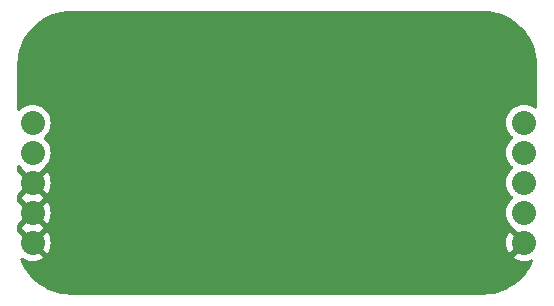
<source format=gbl>
%TF.GenerationSoftware,KiCad,Pcbnew,8.0.0*%
%TF.CreationDate,2024-05-08T18:39:59-04:00*%
%TF.ProjectId,myPowerBoardDesign,6d79506f-7765-4724-926f-617264446573,rev?*%
%TF.SameCoordinates,Original*%
%TF.FileFunction,Copper,L2,Bot*%
%TF.FilePolarity,Positive*%
%FSLAX46Y46*%
G04 Gerber Fmt 4.6, Leading zero omitted, Abs format (unit mm)*
G04 Created by KiCad (PCBNEW 8.0.0) date 2024-05-08 18:39:59*
%MOMM*%
%LPD*%
G01*
G04 APERTURE LIST*
%TA.AperFunction,ComponentPad*%
%ADD10C,2.032000*%
%TD*%
%TA.AperFunction,ViaPad*%
%ADD11C,0.700000*%
%TD*%
G04 APERTURE END LIST*
D10*
%TO.P,J1,1,VIN*%
%TO.N,VIN*%
X48670000Y-44110000D03*
%TO.P,J1,2,VIN*%
X48670000Y-46650000D03*
%TO.P,J1,3,GND*%
%TO.N,GND*%
X48670000Y-49190000D03*
%TO.P,J1,4,GND*%
X48670000Y-51730000D03*
%TO.P,J1,5,GND*%
X48670000Y-54270000D03*
%TO.P,J1,6,GND*%
X90285000Y-54270000D03*
%TO.P,J1,7,VOUT2*%
%TO.N,unconnected-(J1-VOUT2-Pad7)*%
X90285000Y-51730000D03*
%TO.P,J1,8,VOUT1*%
%TO.N,unconnected-(J1-VOUT1-Pad8)*%
X90285000Y-49190000D03*
%TO.P,J1,9,5V*%
%TO.N,+5V*%
X90285000Y-46650000D03*
%TO.P,J1,10,3V3*%
%TO.N,+3V3*%
X90285000Y-44110000D03*
%TD*%
D11*
%TO.N,GND*%
X59000000Y-58200000D03*
X51200000Y-55600000D03*
X88200000Y-52800000D03*
X71000000Y-58200000D03*
X48200000Y-38200000D03*
X78000000Y-37800000D03*
X50800000Y-37000000D03*
X86600000Y-58000000D03*
X55800000Y-35600000D03*
X87200000Y-35400000D03*
X53400000Y-35600000D03*
X88200000Y-54600000D03*
X79200000Y-58000000D03*
X76800000Y-58000000D03*
X84400000Y-37800000D03*
X77800000Y-44600000D03*
X81600000Y-58000000D03*
X81600000Y-54200000D03*
X81600000Y-56400000D03*
X51200000Y-48800000D03*
X48200000Y-39400000D03*
X49200000Y-56600000D03*
X88400000Y-56400000D03*
X77800000Y-42400000D03*
X78000000Y-35400000D03*
X49600000Y-40800000D03*
X68400000Y-54000000D03*
X50800000Y-40800000D03*
X87200000Y-37800000D03*
X50800000Y-38200000D03*
X54400000Y-39400000D03*
X51200000Y-53400000D03*
X65600000Y-54400000D03*
X49600000Y-38200000D03*
X57000000Y-35600000D03*
X53400000Y-58000000D03*
X51200000Y-51200000D03*
X54600000Y-35600000D03*
X81400000Y-35400000D03*
X64600000Y-58200000D03*
X86600000Y-54600000D03*
X48200000Y-40800000D03*
X84400000Y-35400000D03*
X86600000Y-56400000D03*
X62400000Y-54400000D03*
X55800000Y-39400000D03*
X49600000Y-39400000D03*
X50800000Y-39400000D03*
X83800000Y-58000000D03*
X49600000Y-37000000D03*
X84000000Y-56400000D03*
X81400000Y-37800000D03*
X86600000Y-52800000D03*
X51200000Y-58000000D03*
X77800000Y-40200000D03*
X68400000Y-58200000D03*
X81600000Y-52600000D03*
X77800000Y-47000000D03*
%TD*%
%TA.AperFunction,Conductor*%
%TO.N,GND*%
G36*
X86872702Y-34650617D02*
G01*
X87256771Y-34667386D01*
X87267506Y-34668326D01*
X87645971Y-34718152D01*
X87656597Y-34720025D01*
X88029284Y-34802648D01*
X88039710Y-34805442D01*
X88403765Y-34920227D01*
X88413911Y-34923920D01*
X88766578Y-35070000D01*
X88776369Y-35074566D01*
X89114942Y-35250816D01*
X89124310Y-35256224D01*
X89446244Y-35461318D01*
X89455105Y-35467523D01*
X89757930Y-35699889D01*
X89766217Y-35706843D01*
X90047635Y-35964715D01*
X90055284Y-35972364D01*
X90313156Y-36253782D01*
X90320110Y-36262069D01*
X90552476Y-36564894D01*
X90558681Y-36573755D01*
X90763775Y-36895689D01*
X90769183Y-36905057D01*
X90945430Y-37243623D01*
X90950002Y-37253427D01*
X91096075Y-37606078D01*
X91099775Y-37616244D01*
X91214554Y-37980278D01*
X91217354Y-37990727D01*
X91299971Y-38363389D01*
X91301849Y-38374042D01*
X91351671Y-38752473D01*
X91352614Y-38763249D01*
X91369382Y-39147297D01*
X91369500Y-39152706D01*
X91369500Y-42774571D01*
X91349815Y-42841610D01*
X91297011Y-42887365D01*
X91227853Y-42897309D01*
X91180711Y-42880299D01*
X90975603Y-42754609D01*
X90755068Y-42663261D01*
X90522962Y-42607538D01*
X90522963Y-42607538D01*
X90285000Y-42588811D01*
X90047036Y-42607538D01*
X89814931Y-42663261D01*
X89594399Y-42754608D01*
X89390867Y-42879332D01*
X89209357Y-43034357D01*
X89054332Y-43215867D01*
X88929608Y-43419399D01*
X88838261Y-43639931D01*
X88782538Y-43872036D01*
X88763811Y-44110000D01*
X88782538Y-44347963D01*
X88838261Y-44580068D01*
X88929608Y-44800600D01*
X88929610Y-44800604D01*
X88929611Y-44800605D01*
X89054332Y-45004132D01*
X89209357Y-45185643D01*
X89294876Y-45258683D01*
X89326520Y-45285710D01*
X89364713Y-45344217D01*
X89365211Y-45414085D01*
X89327857Y-45473131D01*
X89326520Y-45474290D01*
X89209357Y-45574357D01*
X89054332Y-45755867D01*
X88929608Y-45959399D01*
X88838261Y-46179931D01*
X88782538Y-46412036D01*
X88763811Y-46650000D01*
X88782538Y-46887963D01*
X88838261Y-47120068D01*
X88929608Y-47340600D01*
X88929610Y-47340604D01*
X88929611Y-47340605D01*
X89054332Y-47544132D01*
X89209357Y-47725643D01*
X89294876Y-47798683D01*
X89326520Y-47825710D01*
X89364713Y-47884217D01*
X89365211Y-47954085D01*
X89327857Y-48013131D01*
X89326520Y-48014290D01*
X89209357Y-48114357D01*
X89054332Y-48295867D01*
X88929608Y-48499399D01*
X88838261Y-48719931D01*
X88782538Y-48952036D01*
X88763811Y-49190000D01*
X88782538Y-49427963D01*
X88838261Y-49660068D01*
X88929608Y-49880600D01*
X88929610Y-49880604D01*
X88929611Y-49880605D01*
X89054332Y-50084132D01*
X89209357Y-50265643D01*
X89294876Y-50338683D01*
X89326520Y-50365710D01*
X89364713Y-50424217D01*
X89365211Y-50494085D01*
X89327857Y-50553131D01*
X89326520Y-50554290D01*
X89209357Y-50654357D01*
X89054332Y-50835867D01*
X88929608Y-51039399D01*
X88838261Y-51259931D01*
X88782538Y-51492036D01*
X88763811Y-51730000D01*
X88782538Y-51967963D01*
X88838261Y-52200068D01*
X88929608Y-52420600D01*
X88929610Y-52420604D01*
X88929611Y-52420605D01*
X89054332Y-52624132D01*
X89209357Y-52805643D01*
X89335225Y-52913144D01*
X89358180Y-52932750D01*
X89396373Y-52991257D01*
X89399887Y-53031335D01*
X90149057Y-53780504D01*
X90088919Y-53796619D01*
X89973080Y-53863498D01*
X89878498Y-53958080D01*
X89811619Y-54073919D01*
X89795505Y-54134057D01*
X89048229Y-53386781D01*
X88930056Y-53579621D01*
X88838742Y-53800074D01*
X88783033Y-54032116D01*
X88764312Y-54270000D01*
X88783033Y-54507883D01*
X88838742Y-54739925D01*
X88930056Y-54960378D01*
X89048229Y-55153217D01*
X89795504Y-54405941D01*
X89811619Y-54466081D01*
X89878498Y-54581920D01*
X89973080Y-54676502D01*
X90088919Y-54743381D01*
X90149056Y-54759494D01*
X89401781Y-55506769D01*
X89594621Y-55624943D01*
X89815075Y-55716257D01*
X89815072Y-55716257D01*
X90047116Y-55771966D01*
X90285000Y-55790687D01*
X90522883Y-55771966D01*
X90754925Y-55716257D01*
X90878986Y-55664869D01*
X90948455Y-55657400D01*
X91010934Y-55688675D01*
X91046587Y-55748763D01*
X91044094Y-55818588D01*
X91041000Y-55826883D01*
X90950002Y-56046572D01*
X90945430Y-56056376D01*
X90769183Y-56394942D01*
X90763775Y-56404310D01*
X90558681Y-56726244D01*
X90552476Y-56735105D01*
X90320110Y-57037930D01*
X90313156Y-57046217D01*
X90055284Y-57327635D01*
X90047635Y-57335284D01*
X89766217Y-57593156D01*
X89757930Y-57600110D01*
X89455105Y-57832476D01*
X89446244Y-57838681D01*
X89124310Y-58043775D01*
X89114942Y-58049183D01*
X88776376Y-58225430D01*
X88766572Y-58230002D01*
X88413921Y-58376075D01*
X88403755Y-58379775D01*
X88039721Y-58494554D01*
X88029272Y-58497354D01*
X87656610Y-58579971D01*
X87645957Y-58581849D01*
X87267526Y-58631671D01*
X87256750Y-58632614D01*
X86872703Y-58649382D01*
X86867294Y-58649500D01*
X51872706Y-58649500D01*
X51867297Y-58649382D01*
X51483249Y-58632614D01*
X51472473Y-58631671D01*
X51094042Y-58581849D01*
X51083389Y-58579971D01*
X50710727Y-58497354D01*
X50700278Y-58494554D01*
X50336244Y-58379775D01*
X50326078Y-58376075D01*
X49973427Y-58230002D01*
X49963623Y-58225430D01*
X49625057Y-58049183D01*
X49615689Y-58043775D01*
X49293755Y-57838681D01*
X49284894Y-57832476D01*
X48982069Y-57600110D01*
X48973782Y-57593156D01*
X48692364Y-57335284D01*
X48684715Y-57327635D01*
X48426843Y-57046217D01*
X48419889Y-57037930D01*
X48187523Y-56735105D01*
X48181318Y-56726244D01*
X47976224Y-56404310D01*
X47970816Y-56394942D01*
X47794569Y-56056376D01*
X47789997Y-56046572D01*
X47684006Y-55790687D01*
X47643920Y-55693911D01*
X47640224Y-55683754D01*
X47635688Y-55669367D01*
X47634303Y-55599511D01*
X47670905Y-55539996D01*
X47733873Y-55509717D01*
X47803215Y-55518288D01*
X47818739Y-55526354D01*
X47979621Y-55624943D01*
X48200075Y-55716257D01*
X48200072Y-55716257D01*
X48432116Y-55771966D01*
X48670000Y-55790687D01*
X48907883Y-55771966D01*
X49139925Y-55716257D01*
X49360378Y-55624943D01*
X49553217Y-55506770D01*
X49553217Y-55506769D01*
X48805942Y-54759495D01*
X48866081Y-54743381D01*
X48981920Y-54676502D01*
X49076502Y-54581920D01*
X49143381Y-54466081D01*
X49159495Y-54405942D01*
X49906769Y-55153217D01*
X49906770Y-55153217D01*
X50024943Y-54960378D01*
X50116257Y-54739925D01*
X50171966Y-54507883D01*
X50190687Y-54270000D01*
X50171966Y-54032116D01*
X50116257Y-53800074D01*
X50024943Y-53579621D01*
X49906769Y-53386781D01*
X49159494Y-54134056D01*
X49143381Y-54073919D01*
X49076502Y-53958080D01*
X48981920Y-53863498D01*
X48866081Y-53796619D01*
X48805942Y-53780505D01*
X49553217Y-53033229D01*
X49551009Y-53014575D01*
X49551009Y-52985423D01*
X49553217Y-52966769D01*
X48805942Y-52219495D01*
X48866081Y-52203381D01*
X48981920Y-52136502D01*
X49076502Y-52041920D01*
X49143381Y-51926081D01*
X49159495Y-51865942D01*
X49906769Y-52613217D01*
X49906770Y-52613217D01*
X50024943Y-52420378D01*
X50116257Y-52199925D01*
X50171966Y-51967883D01*
X50190687Y-51730000D01*
X50171966Y-51492116D01*
X50116257Y-51260074D01*
X50024943Y-51039621D01*
X49906769Y-50846781D01*
X49159494Y-51594056D01*
X49143381Y-51533919D01*
X49076502Y-51418080D01*
X48981920Y-51323498D01*
X48866081Y-51256619D01*
X48805942Y-51240505D01*
X49553217Y-50493229D01*
X49551009Y-50474575D01*
X49551009Y-50445423D01*
X49553217Y-50426769D01*
X48805942Y-49679495D01*
X48866081Y-49663381D01*
X48981920Y-49596502D01*
X49076502Y-49501920D01*
X49143381Y-49386081D01*
X49159495Y-49325942D01*
X49906769Y-50073217D01*
X49906770Y-50073217D01*
X50024943Y-49880378D01*
X50116257Y-49659925D01*
X50171966Y-49427883D01*
X50190687Y-49190000D01*
X50171966Y-48952116D01*
X50116257Y-48720074D01*
X50024943Y-48499621D01*
X49906769Y-48306781D01*
X49159494Y-49054056D01*
X49143381Y-48993919D01*
X49076502Y-48878080D01*
X48981920Y-48783498D01*
X48866081Y-48716619D01*
X48805942Y-48700505D01*
X49556122Y-47950324D01*
X49565878Y-47892728D01*
X49596816Y-47852752D01*
X49745643Y-47725643D01*
X49900668Y-47544132D01*
X50025389Y-47340605D01*
X50116737Y-47120073D01*
X50172461Y-46887966D01*
X50191189Y-46650000D01*
X50172461Y-46412034D01*
X50116737Y-46179927D01*
X50025389Y-45959395D01*
X49900668Y-45755868D01*
X49745643Y-45574357D01*
X49628478Y-45474288D01*
X49590286Y-45415783D01*
X49589787Y-45345916D01*
X49627141Y-45286869D01*
X49628439Y-45285744D01*
X49745643Y-45185643D01*
X49900668Y-45004132D01*
X50025389Y-44800605D01*
X50116737Y-44580073D01*
X50172461Y-44347966D01*
X50191189Y-44110000D01*
X50172461Y-43872034D01*
X50116737Y-43639927D01*
X50025389Y-43419395D01*
X49900668Y-43215868D01*
X49745643Y-43034357D01*
X49564132Y-42879332D01*
X49360605Y-42754611D01*
X49360604Y-42754610D01*
X49360600Y-42754608D01*
X49140068Y-42663261D01*
X48907962Y-42607538D01*
X48907963Y-42607538D01*
X48670000Y-42588811D01*
X48432036Y-42607538D01*
X48199931Y-42663261D01*
X47979399Y-42754608D01*
X47775867Y-42879332D01*
X47594358Y-43034356D01*
X47588788Y-43040878D01*
X47530279Y-43079069D01*
X47460412Y-43079565D01*
X47401367Y-43042210D01*
X47371891Y-42978862D01*
X47370500Y-42960343D01*
X47370500Y-39152706D01*
X47370618Y-39147297D01*
X47373377Y-39084108D01*
X47387386Y-38763226D01*
X47388326Y-38752495D01*
X47438152Y-38374025D01*
X47440025Y-38363405D01*
X47522649Y-37990709D01*
X47525440Y-37980295D01*
X47640230Y-37616227D01*
X47643917Y-37606095D01*
X47790003Y-37253412D01*
X47794561Y-37243638D01*
X47970822Y-36905045D01*
X47976217Y-36895700D01*
X48181325Y-36573744D01*
X48187515Y-36564905D01*
X48419896Y-36262060D01*
X48426834Y-36253791D01*
X48684726Y-35972352D01*
X48692352Y-35964726D01*
X48973791Y-35706834D01*
X48982060Y-35699896D01*
X49284905Y-35467515D01*
X49293744Y-35461325D01*
X49615700Y-35256217D01*
X49625045Y-35250822D01*
X49963638Y-35074561D01*
X49973412Y-35070003D01*
X50326095Y-34923917D01*
X50336227Y-34920230D01*
X50700295Y-34805440D01*
X50710709Y-34802649D01*
X51083405Y-34720025D01*
X51094025Y-34718152D01*
X51472495Y-34668326D01*
X51483226Y-34667386D01*
X51867297Y-34650617D01*
X51872706Y-34650500D01*
X51935892Y-34650500D01*
X86804108Y-34650500D01*
X86867294Y-34650500D01*
X86872702Y-34650617D01*
G37*
%TD.AperFunction*%
%TA.AperFunction,Conductor*%
G36*
X48196619Y-51926081D02*
G01*
X48263498Y-52041920D01*
X48358080Y-52136502D01*
X48473919Y-52203381D01*
X48534057Y-52219494D01*
X47786781Y-52966769D01*
X47788990Y-52985425D01*
X47788990Y-53014573D01*
X47786781Y-53033229D01*
X48534057Y-53780504D01*
X48473919Y-53796619D01*
X48358080Y-53863498D01*
X48263498Y-53958080D01*
X48196619Y-54073919D01*
X48180505Y-54134057D01*
X47406819Y-53360371D01*
X47373334Y-53299048D01*
X47370500Y-53272690D01*
X47370500Y-52727309D01*
X47390185Y-52660270D01*
X47406819Y-52639628D01*
X48180504Y-51865942D01*
X48196619Y-51926081D01*
G37*
%TD.AperFunction*%
%TA.AperFunction,Conductor*%
G36*
X48196619Y-49386081D02*
G01*
X48263498Y-49501920D01*
X48358080Y-49596502D01*
X48473919Y-49663381D01*
X48534057Y-49679494D01*
X47786781Y-50426769D01*
X47788990Y-50445425D01*
X47788990Y-50474573D01*
X47786781Y-50493229D01*
X48534057Y-51240504D01*
X48473919Y-51256619D01*
X48358080Y-51323498D01*
X48263498Y-51418080D01*
X48196619Y-51533919D01*
X48180505Y-51594057D01*
X47406819Y-50820371D01*
X47373334Y-50759048D01*
X47370500Y-50732690D01*
X47370500Y-50187309D01*
X47390185Y-50120270D01*
X47406819Y-50099628D01*
X48180504Y-49325942D01*
X48196619Y-49386081D01*
G37*
%TD.AperFunction*%
%TA.AperFunction,Conductor*%
G36*
X47575703Y-47705943D02*
G01*
X47588784Y-47719118D01*
X47594356Y-47725642D01*
X47594358Y-47725644D01*
X47743180Y-47852750D01*
X47781373Y-47911257D01*
X47784887Y-47951335D01*
X48534057Y-48700504D01*
X48473919Y-48716619D01*
X48358080Y-48783498D01*
X48263498Y-48878080D01*
X48196619Y-48993919D01*
X48180505Y-49054057D01*
X47406819Y-48280371D01*
X47373334Y-48219048D01*
X47370500Y-48192690D01*
X47370500Y-47799656D01*
X47390185Y-47732617D01*
X47442989Y-47686862D01*
X47512147Y-47676918D01*
X47575703Y-47705943D01*
G37*
%TD.AperFunction*%
%TD*%
M02*

</source>
